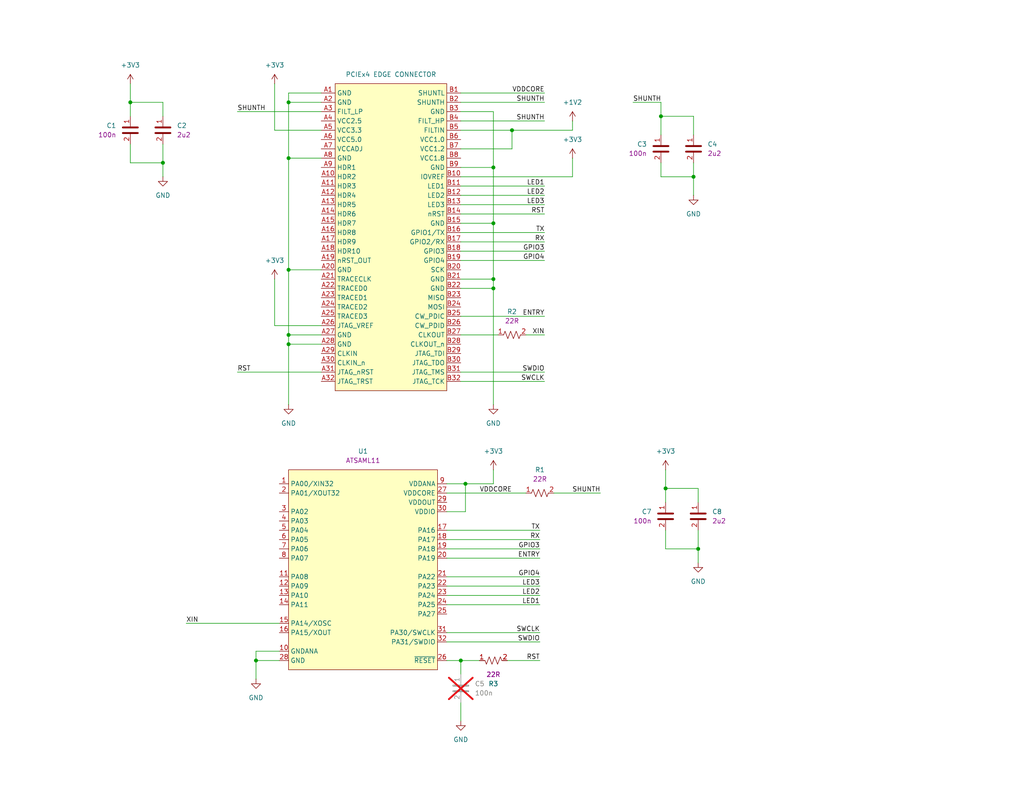
<source format=kicad_sch>
(kicad_sch (version 20231120) (generator "eeschema") (generator_version "8.0")
  (paper "USLetter")
  (lib_symbols
    (symbol "power:+1V2" (power) (pin_numbers hide) (pin_names (offset 0) hide)
      (property "Value" "+1V2" (at 0 3.556 0))
      (symbol "+1V2_0_1"
        (polyline (pts (xy -0.762 1.27) (xy 0 2.54)))
        (polyline (pts (xy 0 0) (xy 0 2.54)))
        (polyline (pts (xy 0 2.54) (xy 0.762 1.27)))
      )
      (symbol "+1V2_1_1"
        (pin power_in line (at 0 0 90) (length 0) (name "~") (number "1"))
      )
    )
    (symbol "power:+3V3" (power) (pin_numbers hide) (pin_names (offset 0) hide)
      (property "Value" "+3V3" (at 0 3.556 0))
      (symbol "+3V3_0_1"
        (polyline (pts (xy -0.762 1.27) (xy 0 2.54)))
        (polyline (pts (xy 0 0) (xy 0 2.54)))
        (polyline (pts (xy 0 2.54) (xy 0.762 1.27)))
      )
      (symbol "+3V3_1_1"
        (pin power_in line (at 0 0 90) (length 0) (name "~") (number "1"))
      )
    )
    (symbol "power:GND" (power) (pin_numbers hide) (pin_names (offset 0) hide)
      (property "Value" "GND" (at 0 -3.81 0))
      (symbol "GND_0_1"
        (polyline (pts (xy 0 0) (xy 0 -1.27) (xy 1.27 -1.27) (xy 0 -2.54) (xy -1.27 -1.27) (xy 0 -1.27)))
      )
      (symbol "GND_1_1"
        (pin power_in line (at 0 0 270) (length 0) (name "~") (number "1"))
      )
    )
    (symbol "tutorial_2_library:ATSMAL11E16A-AU"
      (property "Reference" "U" (at -20.32 5.08 0))
      (property "Display Value" "ATSAML11" (at 15.24 5.08 0))
      (symbol "ATSMAL11E16A-AU_1_1"
        (rectangle (start -20.32 3.81) (end 20.32 -50.8) (fill (type background)))
        (pin unspecified line (at -22.86 0 0) (length 2.54) (name "PA00/XIN32") (number "1"))
        (pin unspecified line (at -22.86 -45.72 0) (length 2.54) (name "GNDANA") (number "10"))
        (pin unspecified line (at -22.86 -25.4 0) (length 2.54) (name "PA08") (number "11"))
        (pin unspecified line (at -22.86 -27.94 0) (length 2.54) (name "PA09") (number "12"))
        (pin unspecified line (at -22.86 -30.48 0) (length 2.54) (name "PA10") (number "13"))
        (pin unspecified line (at -22.86 -33.02 0) (length 2.54) (name "PA11") (number "14"))
        (pin unspecified line (at -22.86 -38.1 0) (length 2.54) (name "PA14/XOSC") (number "15"))
        (pin unspecified line (at -22.86 -40.64 0) (length 2.54) (name "PA15/XOUT") (number "16"))
        (pin unspecified line (at 22.86 -12.7 180) (length 2.54) (name "PA16") (number "17"))
        (pin unspecified line (at 22.86 -15.24 180) (length 2.54) (name "PA17") (number "18"))
        (pin unspecified line (at 22.86 -17.78 180) (length 2.54) (name "PA18") (number "19"))
        (pin unspecified line (at -22.86 -2.54 0) (length 2.54) (name "PA01/XOUT32") (number "2"))
        (pin unspecified line (at 22.86 -20.32 180) (length 2.54) (name "PA19") (number "20"))
        (pin unspecified line (at 22.86 -25.4 180) (length 2.54) (name "PA22") (number "21"))
        (pin unspecified line (at 22.86 -27.94 180) (length 2.54) (name "PA23") (number "22"))
        (pin unspecified line (at 22.86 -30.48 180) (length 2.54) (name "PA24") (number "23"))
        (pin unspecified line (at 22.86 -33.02 180) (length 2.54) (name "PA25") (number "24"))
        (pin unspecified line (at 22.86 -35.56 180) (length 2.54) (name "PA27") (number "25"))
        (pin unspecified line (at 22.86 -48.26 180) (length 2.54) (name "~{RESET}") (number "26"))
        (pin unspecified line (at 22.86 -2.54 180) (length 2.54) (name "VDDCORE") (number "27"))
        (pin unspecified line (at -22.86 -48.26 0) (length 2.54) (name "GND") (number "28"))
        (pin unspecified line (at 22.86 -5.08 180) (length 2.54) (name "VDDOUT") (number "29"))
        (pin unspecified line (at -22.86 -7.62 0) (length 2.54) (name "PA02") (number "3"))
        (pin unspecified line (at 22.86 -7.62 180) (length 2.54) (name "VDDIO") (number "30"))
        (pin unspecified line (at 22.86 -40.64 180) (length 2.54) (name "PA30/SWCLK") (number "31"))
        (pin unspecified line (at 22.86 -43.18 180) (length 2.54) (name "PA31/SWDIO") (number "32"))
        (pin unspecified line (at -22.86 -10.16 0) (length 2.54) (name "PA03") (number "4"))
        (pin unspecified line (at -22.86 -12.7 0) (length 2.54) (name "PA04") (number "5"))
        (pin unspecified line (at -22.86 -15.24 0) (length 2.54) (name "PA05") (number "6"))
        (pin unspecified line (at -22.86 -17.78 0) (length 2.54) (name "PA06") (number "7"))
        (pin unspecified line (at -22.86 -20.32 0) (length 2.54) (name "PA07") (number "8"))
        (pin unspecified line (at 22.86 0 180) (length 2.54) (name "VDDANA") (number "9"))
      )
    )
    (symbol "tutorial_2_library:CAP_100n_50V_0603"
      (property "Reference" "C" (at -20.32 5.08 0))
      (property "Display Value" "100n" (at 15.24 5.08 0))
      (symbol "CAP_100n_50V_0603_0_1"
        (polyline (pts (xy -0.762 -2.032) (xy -0.762 2.032)) (stroke (width 0.508)))
        (polyline (pts (xy 0.762 -2.032) (xy 0.762 2.032)) (stroke (width 0.508)))
      )
      (symbol "CAP_100n_50V_0603_1_1"
        (pin passive line (at -3.81 0 0) (length 2.794) (name "~") (number "1"))
        (pin passive line (at 3.81 0 180) (length 2.794) (name "~") (number "2"))
      )
    )
    (symbol "tutorial_2_library:CAP_2u2_16V_0603"
      (property "Reference" "C" (at -20.32 5.08 0))
      (property "Display Value" "2u2" (at 15.24 5.08 0))
      (symbol "CAP_2u2_16V_0603_0_1"
        (polyline (pts (xy -0.762 -2.032) (xy -0.762 2.032)) (stroke (width 0.508)))
        (polyline (pts (xy 0.762 -2.032) (xy 0.762 2.032)) (stroke (width 0.508)))
      )
      (symbol "CAP_2u2_16V_0603_1_1"
        (pin passive line (at -3.81 0 0) (length 2.794) (name "~") (number "1"))
        (pin passive line (at 3.81 0 180) (length 2.794) (name "~") (number "2"))
      )
    )
    (symbol "tutorial_2_library:CW312T-Template" (in_bom no)
      (property "Reference" "P" (at -15.24 3.81 0))
      (property "Value" "PCIEx4 EDGE CONNECTOR " (at 3.81 3.81 0))
      (symbol "CW312T-Template_1_1"
        (rectangle (start -15.24 2.54) (end 15.24 -81.28) (fill (type background)))
        (pin unspecified line (at -19.05 0 0) (length 3.81) (name "GND") (number "A1"))
        (pin unspecified line (at -19.05 -22.86 0) (length 3.81) (name "HDR2") (number "A10"))
        (pin unspecified line (at -19.05 -25.4 0) (length 3.81) (name "HDR3") (number "A11"))
        (pin unspecified line (at -19.05 -27.94 0) (length 3.81) (name "HDR4") (number "A12"))
        (pin unspecified line (at -19.05 -30.48 0) (length 3.81) (name "HDR5") (number "A13"))
        (pin unspecified line (at -19.05 -33.02 0) (length 3.81) (name "HDR6") (number "A14"))
        (pin unspecified line (at -19.05 -35.56 0) (length 3.81) (name "HDR7") (number "A15"))
        (pin unspecified line (at -19.05 -38.1 0) (length 3.81) (name "HDR8") (number "A16"))
        (pin unspecified line (at -19.05 -40.64 0) (length 3.81) (name "HDR9") (number "A17"))
        (pin unspecified line (at -19.05 -43.18 0) (length 3.81) (name "HDR10") (number "A18"))
        (pin unspecified line (at -19.05 -45.72 0) (length 3.81) (name "nRST_OUT") (number "A19"))
        (pin unspecified line (at -19.05 -2.54 0) (length 3.81) (name "GND") (number "A2"))
        (pin unspecified line (at -19.05 -48.26 0) (length 3.81) (name "GND") (number "A20"))
        (pin unspecified line (at -19.05 -50.8 0) (length 3.81) (name "TRACECLK") (number "A21"))
        (pin unspecified line (at -19.05 -53.34 0) (length 3.81) (name "TRACED0") (number "A22"))
        (pin unspecified line (at -19.05 -55.88 0) (length 3.81) (name "TRACED1") (number "A23"))
        (pin unspecified line (at -19.05 -58.42 0) (length 3.81) (name "TRACED2") (number "A24"))
        (pin unspecified line (at -19.05 -60.96 0) (length 3.81) (name "TRACED3") (number "A25"))
        (pin unspecified line (at -19.05 -63.5 0) (length 3.81) (name "JTAG_VREF") (number "A26"))
        (pin unspecified line (at -19.05 -66.04 0) (length 3.81) (name "GND") (number "A27"))
        (pin unspecified line (at -19.05 -68.58 0) (length 3.81) (name "GND") (number "A28"))
        (pin unspecified line (at -19.05 -71.12 0) (length 3.81) (name "CLKIN") (number "A29"))
        (pin unspecified line (at -19.05 -5.08 0) (length 3.81) (name "FILT_LP") (number "A3"))
        (pin unspecified line (at -19.05 -73.66 0) (length 3.81) (name "CLKIN_n") (number "A30"))
        (pin unspecified line (at -19.05 -76.2 0) (length 3.81) (name "JTAG_nRST") (number "A31"))
        (pin unspecified line (at -19.05 -78.74 0) (length 3.81) (name "JTAG_TRST") (number "A32"))
        (pin unspecified line (at -19.05 -7.62 0) (length 3.81) (name "VCC2.5") (number "A4"))
        (pin unspecified line (at -19.05 -10.16 0) (length 3.81) (name "VCC3.3") (number "A5"))
        (pin unspecified line (at -19.05 -12.7 0) (length 3.81) (name "VCC5.0") (number "A6"))
        (pin unspecified line (at -19.05 -15.24 0) (length 3.81) (name "VCCADJ") (number "A7"))
        (pin unspecified line (at -19.05 -17.78 0) (length 3.81) (name "GND") (number "A8"))
        (pin unspecified line (at -19.05 -20.32 0) (length 3.81) (name "HDR1") (number "A9"))
        (pin unspecified line (at 19.05 0 180) (length 3.81) (name "SHUNTL") (number "B1"))
        (pin unspecified line (at 19.05 -22.86 180) (length 3.81) (name "IOVREF") (number "B10"))
        (pin unspecified line (at 19.05 -25.4 180) (length 3.81) (name "LED1") (number "B11"))
        (pin unspecified line (at 19.05 -27.94 180) (length 3.81) (name "LED2") (number "B12"))
        (pin unspecified line (at 19.05 -30.48 180) (length 3.81) (name "LED3") (number "B13"))
        (pin unspecified line (at 19.05 -33.02 180) (length 3.81) (name "nRST") (number "B14"))
        (pin unspecified line (at 19.05 -35.56 180) (length 3.81) (name "GND") (number "B15"))
        (pin unspecified line (at 19.05 -38.1 180) (length 3.81) (name "GPIO1/TX") (number "B16"))
        (pin unspecified line (at 19.05 -40.64 180) (length 3.81) (name "GPIO2/RX") (number "B17"))
        (pin unspecified line (at 19.05 -43.18 180) (length 3.81) (name "GPIO3") (number "B18"))
        (pin unspecified line (at 19.05 -45.72 180) (length 3.81) (name "GPIO4") (number "B19"))
        (pin unspecified line (at 19.05 -2.54 180) (length 3.81) (name "SHUNTH") (number "B2"))
        (pin unspecified line (at 19.05 -48.26 180) (length 3.81) (name "SCK") (number "B20"))
        (pin unspecified line (at 19.05 -50.8 180) (length 3.81) (name "GND") (number "B21"))
        (pin unspecified line (at 19.05 -53.34 180) (length 3.81) (name "GND") (number "B22"))
        (pin unspecified line (at 19.05 -55.88 180) (length 3.81) (name "MISO") (number "B23"))
        (pin unspecified line (at 19.05 -58.42 180) (length 3.81) (name "MOSI") (number "B24"))
        (pin unspecified line (at 19.05 -60.96 180) (length 3.81) (name "CW_PDIC") (number "B25"))
        (pin unspecified line (at 19.05 -63.5 180) (length 3.81) (name "CW_PDID") (number "B26"))
        (pin unspecified line (at 19.05 -66.04 180) (length 3.81) (name "CLKOUT") (number "B27"))
        (pin unspecified line (at 19.05 -68.58 180) (length 3.81) (name "CLKOUT_n") (number "B28"))
        (pin unspecified line (at 19.05 -71.12 180) (length 3.81) (name "JTAG_TDI") (number "B29"))
        (pin unspecified line (at 19.05 -5.08 180) (length 3.81) (name "GND") (number "B3"))
        (pin unspecified line (at 19.05 -73.66 180) (length 3.81) (name "JTAG_TDO") (number "B30"))
        (pin unspecified line (at 19.05 -76.2 180) (length 3.81) (name "JTAG_TMS") (number "B31"))
        (pin unspecified line (at 19.05 -78.74 180) (length 3.81) (name "JTAG_TCK") (number "B32"))
        (pin unspecified line (at 19.05 -7.62 180) (length 3.81) (name "FILT_HP") (number "B4"))
        (pin unspecified line (at 19.05 -10.16 180) (length 3.81) (name "FILTIN") (number "B5"))
        (pin unspecified line (at 19.05 -12.7 180) (length 3.81) (name "VCC1.0") (number "B6"))
        (pin unspecified line (at 19.05 -15.24 180) (length 3.81) (name "VCC1.2") (number "B7"))
        (pin unspecified line (at 19.05 -17.78 180) (length 3.81) (name "VCC1.8") (number "B8"))
        (pin unspecified line (at 19.05 -20.32 180) (length 3.81) (name "GND") (number "B9"))
      )
    )
    (symbol "tutorial_2_library:RES_22R_0603"
      (property "Reference" "R" (at -20.32 5.08 0))
      (property "Display Value" "22R" (at 15.24 5.08 0))
      (symbol "RES_22R_0603_0_1"
        (polyline (pts (xy -2.286 0) (xy -2.54 0)))
        (polyline (pts (xy 2.286 0) (xy 2.54 0)))
        (polyline (pts (xy -2.286 0) (xy -1.905 1.016) (xy -1.524 0) (xy -1.143 -1.016) (xy -0.762 0)))
        (polyline (pts (xy -0.762 0) (xy -0.381 1.016) (xy 0 0) (xy 0.381 -1.016) (xy 0.762 0)))
        (polyline (pts (xy 0.762 0) (xy 1.143 1.016) (xy 1.524 0) (xy 1.905 -1.016) (xy 2.286 0)))
      )
      (symbol "RES_22R_0603_1_1"
        (pin passive line (at -3.81 0 0) (length 1.27) (name "~") (number "1"))
        (pin passive line (at 3.81 0 180) (length 1.27) (name "~") (number "2"))
      )
    )
  )
  (junction (at 134.62 45.72))
  (junction (at 190.5 149.86))
  (junction (at 69.85 180.34))
  (junction (at 180.34 31.75))
  (junction (at 35.56 27.94))
  (junction (at 134.62 78.74))
  (junction (at 78.74 93.98))
  (junction (at 189.23 48.26))
  (junction (at 134.62 76.2))
  (junction (at 78.74 73.66))
  (junction (at 134.62 60.96))
  (junction (at 78.74 91.44))
  (junction (at 78.74 43.18))
  (junction (at 44.45 44.45))
  (junction (at 127 132.08))
  (junction (at 125.73 180.34))
  (junction (at 181.61 133.35))
  (junction (at 139.7 35.56))
  (junction (at 78.74 27.94))
  (wire (pts (xy 181.61 133.35) (xy 181.61 137.16)))
  (wire (pts (xy 190.5 133.35) (xy 181.61 133.35)))
  (wire (pts (xy 125.73 50.8) (xy 148.59 50.8)))
  (wire (pts (xy 121.92 175.26) (xy 147.32 175.26)))
  (wire (pts (xy 125.73 191.77) (xy 125.73 196.85)))
  (wire (pts (xy 69.85 180.34) (xy 76.2 180.34)))
  (wire (pts (xy 44.45 27.94) (xy 35.56 27.94)))
  (wire (pts (xy 78.74 93.98) (xy 78.74 110.49)))
  (wire (pts (xy 64.77 30.48) (xy 87.63 30.48)))
  (wire (pts (xy 125.73 60.96) (xy 134.62 60.96)))
  (wire (pts (xy 78.74 73.66) (xy 87.63 73.66)))
  (wire (pts (xy 121.92 144.78) (xy 147.32 144.78)))
  (wire (pts (xy 125.73 76.2) (xy 134.62 76.2)))
  (wire (pts (xy 125.73 104.14) (xy 148.59 104.14)))
  (wire (pts (xy 125.73 66.04) (xy 148.59 66.04)))
  (wire (pts (xy 125.73 91.44) (xy 135.89 91.44)))
  (wire (pts (xy 78.74 91.44) (xy 87.63 91.44)))
  (wire (pts (xy 125.73 33.02) (xy 148.59 33.02)))
  (wire (pts (xy 180.34 36.83) (xy 180.34 31.75)))
  (wire (pts (xy 35.56 27.94) (xy 35.56 31.75)))
  (wire (pts (xy 69.85 177.8) (xy 69.85 180.34)))
  (wire (pts (xy 125.73 27.94) (xy 148.59 27.94)))
  (wire (pts (xy 78.74 91.44) (xy 78.74 93.98)))
  (wire (pts (xy 78.74 43.18) (xy 78.74 73.66)))
  (wire (pts (xy 156.21 43.18) (xy 156.21 48.26)))
  (wire (pts (xy 87.63 25.4) (xy 78.74 25.4)))
  (wire (pts (xy 125.73 71.12) (xy 148.59 71.12)))
  (wire (pts (xy 180.34 27.94) (xy 172.72 27.94)))
  (wire (pts (xy 125.73 30.48) (xy 134.62 30.48)))
  (wire (pts (xy 78.74 93.98) (xy 87.63 93.98)))
  (wire (pts (xy 125.73 86.36) (xy 148.59 86.36)))
  (wire (pts (xy 125.73 101.6) (xy 148.59 101.6)))
  (wire (pts (xy 125.73 63.5) (xy 148.59 63.5)))
  (wire (pts (xy 156.21 33.02) (xy 156.21 35.56)))
  (wire (pts (xy 189.23 48.26) (xy 189.23 53.34)))
  (wire (pts (xy 127 139.7) (xy 127 132.08)))
  (wire (pts (xy 121.92 165.1) (xy 147.32 165.1)))
  (wire (pts (xy 78.74 27.94) (xy 87.63 27.94)))
  (wire (pts (xy 190.5 137.16) (xy 190.5 133.35)))
  (wire (pts (xy 190.5 149.86) (xy 190.5 144.78)))
  (wire (pts (xy 35.56 44.45) (xy 44.45 44.45)))
  (wire (pts (xy 121.92 162.56) (xy 147.32 162.56)))
  (wire (pts (xy 121.92 160.02) (xy 147.32 160.02)))
  (wire (pts (xy 74.93 35.56) (xy 87.63 35.56)))
  (wire (pts (xy 180.34 44.45) (xy 180.34 48.26)))
  (wire (pts (xy 125.73 35.56) (xy 139.7 35.56)))
  (wire (pts (xy 121.92 180.34) (xy 125.73 180.34)))
  (wire (pts (xy 125.73 48.26) (xy 156.21 48.26)))
  (wire (pts (xy 181.61 128.27) (xy 181.61 133.35)))
  (wire (pts (xy 143.51 91.44) (xy 148.59 91.44)))
  (wire (pts (xy 125.73 25.4) (xy 148.59 25.4)))
  (wire (pts (xy 64.77 101.6) (xy 87.63 101.6)))
  (wire (pts (xy 134.62 132.08) (xy 134.62 128.27)))
  (wire (pts (xy 134.62 78.74) (xy 134.62 110.49)))
  (wire (pts (xy 125.73 40.64) (xy 139.7 40.64)))
  (wire (pts (xy 190.5 149.86) (xy 190.5 153.67)))
  (wire (pts (xy 125.73 55.88) (xy 148.59 55.88)))
  (wire (pts (xy 189.23 44.45) (xy 189.23 48.26)))
  (wire (pts (xy 121.92 149.86) (xy 147.32 149.86)))
  (wire (pts (xy 121.92 134.62) (xy 143.51 134.62)))
  (wire (pts (xy 181.61 149.86) (xy 190.5 149.86)))
  (wire (pts (xy 151.13 134.62) (xy 163.83 134.62)))
  (wire (pts (xy 180.34 31.75) (xy 189.23 31.75)))
  (wire (pts (xy 78.74 43.18) (xy 87.63 43.18)))
  (wire (pts (xy 138.43 180.34) (xy 147.32 180.34)))
  (wire (pts (xy 35.56 39.37) (xy 35.56 44.45)))
  (wire (pts (xy 121.92 172.72) (xy 147.32 172.72)))
  (wire (pts (xy 139.7 35.56) (xy 156.21 35.56)))
  (wire (pts (xy 125.73 180.34) (xy 125.73 184.15)))
  (wire (pts (xy 44.45 31.75) (xy 44.45 27.94)))
  (wire (pts (xy 125.73 45.72) (xy 134.62 45.72)))
  (wire (pts (xy 74.93 88.9) (xy 87.63 88.9)))
  (wire (pts (xy 134.62 45.72) (xy 134.62 60.96)))
  (wire (pts (xy 74.93 76.2) (xy 74.93 88.9)))
  (wire (pts (xy 125.73 78.74) (xy 134.62 78.74)))
  (wire (pts (xy 125.73 58.42) (xy 148.59 58.42)))
  (wire (pts (xy 181.61 144.78) (xy 181.61 149.86)))
  (wire (pts (xy 180.34 31.75) (xy 180.34 27.94)))
  (wire (pts (xy 44.45 44.45) (xy 44.45 39.37)))
  (wire (pts (xy 50.8 170.18) (xy 76.2 170.18)))
  (wire (pts (xy 121.92 152.4) (xy 147.32 152.4)))
  (wire (pts (xy 78.74 73.66) (xy 78.74 91.44)))
  (wire (pts (xy 121.92 157.48) (xy 147.32 157.48)))
  (wire (pts (xy 134.62 60.96) (xy 134.62 76.2)))
  (wire (pts (xy 134.62 76.2) (xy 134.62 78.74)))
  (wire (pts (xy 44.45 44.45) (xy 44.45 48.26)))
  (wire (pts (xy 78.74 27.94) (xy 78.74 43.18)))
  (wire (pts (xy 134.62 30.48) (xy 134.62 45.72)))
  (wire (pts (xy 121.92 132.08) (xy 127 132.08)))
  (wire (pts (xy 121.92 147.32) (xy 147.32 147.32)))
  (wire (pts (xy 189.23 31.75) (xy 189.23 36.83)))
  (wire (pts (xy 125.73 180.34) (xy 130.81 180.34)))
  (wire (pts (xy 125.73 53.34) (xy 148.59 53.34)))
  (wire (pts (xy 78.74 25.4) (xy 78.74 27.94)))
  (wire (pts (xy 76.2 177.8) (xy 69.85 177.8)))
  (wire (pts (xy 121.92 139.7) (xy 127 139.7)))
  (wire (pts (xy 35.56 22.86) (xy 35.56 27.94)))
  (wire (pts (xy 69.85 180.34) (xy 69.85 185.42)))
  (wire (pts (xy 127 132.08) (xy 134.62 132.08)))
  (wire (pts (xy 180.34 48.26) (xy 189.23 48.26)))
  (wire (pts (xy 125.73 68.58) (xy 148.59 68.58)))
  (wire (pts (xy 139.7 40.64) (xy 139.7 35.56)))
  (wire (pts (xy 74.93 22.86) (xy 74.93 35.56)))
  (label "SHUNTH" (at 172.72 27.94 0))
  (label "SWDIO" (at 148.59 101.6 180))
  (label "LED1" (at 148.59 50.8 180))
  (label "SWCLK" (at 147.32 172.72 180))
  (label "RX" (at 148.59 66.04 180))
  (label "ENTRY" (at 148.59 86.36 180))
  (label "LED2" (at 148.59 53.34 180))
  (label "TX" (at 147.32 144.78 180))
  (label "SWDIO" (at 147.32 175.26 180))
  (label "SHUNTH" (at 163.83 134.62 180))
  (label "GPIO3" (at 147.32 149.86 180))
  (label "ENTRY" (at 147.32 152.4 180))
  (label "LED3" (at 147.32 160.02 180))
  (label "GPIO3" (at 148.59 68.58 180))
  (label "RST" (at 64.77 101.6 0))
  (label "SWCLK" (at 148.59 104.14 180))
  (label "LED2" (at 147.32 162.56 180))
  (label "LED1" (at 147.32 165.1 180))
  (label "SHUNTH" (at 148.59 33.02 180))
  (label "RST" (at 148.59 58.42 180))
  (label "SHUNTH" (at 64.77 30.48 0))
  (label "VDDCORE" (at 148.59 25.4 180))
  (label "RST" (at 147.32 180.34 180))
  (label "LED3" (at 148.59 55.88 180))
  (label "TX" (at 148.59 63.5 180))
  (label "XIN" (at 148.59 91.44 180))
  (label "SHUNTH" (at 148.59 27.94 180))
  (label "VDDCORE" (at 139.7 134.62 180))
  (label "GPIO4" (at 148.59 71.12 180))
  (label "XIN" (at 50.8 170.18 0))
  (label "GPIO4" (at 147.32 157.48 180))
  (label "RX" (at 147.32 147.32 180))
  (symbol (lib_id "tutorial_2_library:CAP_100n_50V_0603") (at 181.61 140.97 90) (mirror x) (unit 1)
    (property "Reference" "C7" (at 177.8 139.6999 90) (effects (justify left)))
    (property "Value" "CAP_100n_50V_0603" (effects (hide yes)))
    (property "Footprint" "Capacitor_SMD:C_0603_1608Metric" (effects (hide yes)))
    (property "Datasheet" "https://content.kemet.com/datasheets/KEM_C1002_X7R_SMD.pdf" (effects (hide yes)))
    (property "Description" "CAP CER 0.1UF 50V X7R 0603" (effects (hide yes)))
    (property "Display Value" "100n" (at 177.8 142.2399 90) (effects (justify left)))
    (property "Manufacturer" "KEMET" (effects (hide yes)))
    (property "Manufacturer Part Number" "C0603C104M5RACTU" (effects (hide yes)))
    (property "Supplier 1" "DigiKey" (effects (hide yes)))
    (property "Supplier 1 Part Number" "399-C0603C104M5RACTUCT-ND" (effects (hide yes)))
  )
  (symbol (lib_id "power:GND") (at 78.74 110.49 0) (unit 1)
    (property "Reference" "#PWR07" (effects (hide yes)))
    (property "Value" "GND" (at 78.74 115.57 0))
    (property "Description" "Power symbol creates a global label with name \"GND\" , ground" (effects (hide yes)))
  )
  (symbol (lib_id "tutorial_2_library:CAP_100n_50V_0603") (at 35.56 35.56 90) (mirror x) (unit 1)
    (property "Reference" "C1" (at 31.75 34.2899 90) (effects (justify left)))
    (property "Value" "CAP_100n_50V_0603" (effects (hide yes)))
    (property "Footprint" "Capacitor_SMD:C_0603_1608Metric" (effects (hide yes)))
    (property "Datasheet" "https://content.kemet.com/datasheets/KEM_C1002_X7R_SMD.pdf" (effects (hide yes)))
    (property "Description" "CAP CER 0.1UF 50V X7R 0603" (effects (hide yes)))
    (property "Display Value" "100n" (at 31.75 36.8299 90) (effects (justify left)))
    (property "Manufacturer" "KEMET" (effects (hide yes)))
    (property "Manufacturer Part Number" "C0603C104M5RACTU" (effects (hide yes)))
    (property "Supplier 1" "DigiKey" (effects (hide yes)))
    (property "Supplier 1 Part Number" "399-C0603C104M5RACTUCT-ND" (effects (hide yes)))
  )
  (symbol (lib_id "power:GND") (at 190.5 153.67 0) (unit 1)
    (property "Reference" "#PWR06" (effects (hide yes)))
    (property "Value" "GND" (at 190.5 158.75 0))
    (property "Description" "Power symbol creates a global label with name \"GND\" , ground" (effects (hide yes)))
  )
  (symbol (lib_id "tutorial_2_library:ATSMAL11E16A-AU") (at 99.06 132.08 0) (unit 1)
    (property "Reference" "U1" (at 99.06 123.19 0))
    (property "Value" "ATSMAL11E16A-AU" (effects (hide yes)))
    (property "Footprint" "Package_QFP:TQFP-32_7x7mm_P0.8mm" (effects (hide yes)))
    (property "Datasheet" "https://www.mouser.ca/datasheet/2/268/SAM_L10_L11_Family_Data_Sheet_DS60001513-3442769.pdf" (effects (hide yes)))
    (property "Description" "ARM Microcontrollers - MCU TQFP32, 64KBFlash/16KB SRAM,85 Temp,Crypto,Tray" (effects (hide yes)))
    (property "Display Value" "ATSAML11" (at 99.06 125.73 0))
    (property "Manufacturer" "Microchip Technology" (effects (hide yes)))
    (property "Manufacturer Part Number" "ATSAML11E16A-AU" (effects (hide yes)))
    (property "Supplier 1" "DigiKey" (effects (hide yes)))
    (property "Supplier 1 Part Number" "ATSAML11E16A-AU-ND" (effects (hide yes)))
  )
  (symbol (lib_id "power:+1V2") (at 156.21 33.02 0) (unit 1)
    (property "Reference" "#PWR011" (effects (hide yes)))
    (property "Value" "+1V2" (at 156.21 27.94 0))
    (property "Description" "Power symbol creates a global label with name \"+1V2\"" (effects (hide yes)))
  )
  (symbol (lib_id "power:+3V3") (at 134.62 128.27 0) (unit 1)
    (property "Reference" "#PWR010" (effects (hide yes)))
    (property "Value" "+3V3" (at 134.62 123.19 0))
    (property "Description" "Power symbol creates a global label with name \"+3V3\"" (effects (hide yes)))
  )
  (symbol (lib_id "tutorial_2_library:RES_22R_0603") (at 134.62 180.34 0) (mirror x) (unit 1)
    (property "Reference" "R3" (at 134.62 186.69 0))
    (property "Value" "22R_0603" (effects (hide yes)))
    (property "Footprint" "Resistor_SMD:R_0603_1608Metric" (effects (hide yes)))
    (property "Datasheet" "https://www.yageo.com/upload/media/product/products/datasheet/rchip/PYu-RC_Group_51_RoHS_L_12.pdf" (effects (hide yes)))
    (property "Description" "RES 22 OHM 5% 1/10W 0603" (effects (hide yes)))
    (property "Display Value" "22R" (at 134.62 184.15 0))
    (property "Manufacturer" "YAGEO" (effects (hide yes)))
    (property "Manufacturer Part Number" "RC0603JR-0722RL" (effects (hide yes)))
    (property "Supplier 1" "DigiKey" (effects (hide yes)))
    (property "Supplier 1 Part Number" "311-22GRCT-ND" (effects (hide yes)))
  )
  (symbol (lib_id "power:+3V3") (at 156.21 43.18 0) (unit 1)
    (property "Reference" "#PWR01" (effects (hide yes)))
    (property "Value" "+3V3" (at 156.21 38.1 0))
    (property "Description" "Power symbol creates a global label with name \"+3V3\"" (effects (hide yes)))
  )
  (symbol (lib_id "power:+3V3") (at 181.61 128.27 0) (unit 1)
    (property "Reference" "#PWR05" (effects (hide yes)))
    (property "Value" "+3V3" (at 181.61 123.19 0))
    (property "Description" "Power symbol creates a global label with name \"+3V3\"" (effects (hide yes)))
  )
  (symbol (lib_id "power:+3V3") (at 35.56 22.86 0) (unit 1)
    (property "Reference" "#PWR02" (effects (hide yes)))
    (property "Value" "+3V3" (at 35.56 17.78 0))
    (property "Description" "Power symbol creates a global label with name \"+3V3\"" (effects (hide yes)))
  )
  (symbol (lib_id "power:GND") (at 44.45 48.26 0) (unit 1)
    (property "Reference" "#PWR04" (effects (hide yes)))
    (property "Value" "GND" (at 44.45 53.34 0))
    (property "Description" "Power symbol creates a global label with name \"GND\" , ground" (effects (hide yes)))
  )
  (symbol (lib_id "tutorial_2_library:CAP_2u2_16V_0603") (at 189.23 40.64 270) (unit 1)
    (property "Reference" "C4" (at 193.04 39.3699 90) (effects (justify left)))
    (property "Value" "CAP_2u2_16V_0603" (effects (hide yes)))
    (property "Footprint" "Capacitor_SMD:C_0603_1608Metric" (effects (hide yes)))
    (property "Datasheet" "https://content.kemet.com/datasheets/KEM_C1006_X5R_SMD.pdf" (effects (hide yes)))
    (property "Description" "CAP CER 2.2UF 16V X5R 0603" (effects (hide yes)))
    (property "Display Value" "2u2" (at 193.04 41.9099 90) (effects (justify left)))
    (property "Manufacturer" "KEMET" (effects (hide yes)))
    (property "Manufacturer Part Number" "C0603C225K4PAC7867" (effects (hide yes)))
    (property "Supplier 1" "DigiKey" (effects (hide yes)))
    (property "Supplier 1 Part Number" "399-C0603C225K4PAC7867CT-ND" (effects (hide yes)))
  )
  (symbol (lib_id "power:GND") (at 189.23 53.34 0) (unit 1)
    (property "Reference" "#PWR08" (effects (hide yes)))
    (property "Value" "GND" (at 189.23 58.42 0))
    (property "Description" "Power symbol creates a global label with name \"GND\" , ground" (effects (hide yes)))
  )
  (symbol (lib_id "tutorial_2_library:CW312T-Template") (at 106.68 25.4 0) (unit 1) (in_bom no)
    (property "Reference" "P1" (effects (hide yes)))
    (property "Value" "PCIEx4 EDGE CONNECTOR" (at 106.68 20.32 0))
    (property "Footprint" "tutorial_2_library:CW312_Template" (effects (hide yes)))
    (property "Description" "BOARD AND EDGE CONNECTOR TEMPLATE FOR CW312 TARGETS" (effects (hide yes)))
  )
  (symbol (lib_id "power:+3V3") (at 74.93 76.2 0) (unit 1)
    (property "Reference" "#PWR013" (effects (hide yes)))
    (property "Value" "+3V3" (at 74.93 71.12 0))
    (property "Description" "Power symbol creates a global label with name \"+3V3\"" (effects (hide yes)))
  )
  (symbol (lib_id "power:+3V3") (at 74.93 22.86 0) (unit 1)
    (property "Reference" "#PWR012" (effects (hide yes)))
    (property "Value" "+3V3" (at 74.93 17.78 0))
    (property "Description" "Power symbol creates a global label with name \"+3V3\"" (effects (hide yes)))
  )
  (symbol (lib_id "power:GND") (at 134.62 110.49 0) (unit 1)
    (property "Reference" "#PWR09" (effects (hide yes)))
    (property "Value" "GND" (at 134.62 115.57 0))
    (property "Description" "Power symbol creates a global label with name \"GND\" , ground" (effects (hide yes)))
  )
  (symbol (lib_id "tutorial_2_library:CAP_2u2_16V_0603") (at 190.5 140.97 270) (unit 1)
    (property "Reference" "C8" (at 194.31 139.6999 90) (effects (justify left)))
    (property "Value" "CAP_2u2_16V_0603" (effects (hide yes)))
    (property "Footprint" "Capacitor_SMD:C_0603_1608Metric" (effects (hide yes)))
    (property "Datasheet" "https://content.kemet.com/datasheets/KEM_C1006_X5R_SMD.pdf" (effects (hide yes)))
    (property "Description" "CAP CER 2.2UF 16V X5R 0603" (effects (hide yes)))
    (property "Display Value" "2u2" (at 194.31 142.2399 90) (effects (justify left)))
    (property "Manufacturer" "KEMET" (effects (hide yes)))
    (property "Manufacturer Part Number" "C0603C225K4PAC7867" (effects (hide yes)))
    (property "Supplier 1" "DigiKey" (effects (hide yes)))
    (property "Supplier 1 Part Number" "399-C0603C225K4PAC7867CT-ND" (effects (hide yes)))
  )
  (symbol (lib_id "tutorial_2_library:CAP_2u2_16V_0603") (at 44.45 35.56 270) (unit 1)
    (property "Reference" "C2" (at 48.26 34.2899 90) (effects (justify left)))
    (property "Value" "CAP_2u2_16V_0603" (effects (hide yes)))
    (property "Footprint" "Capacitor_SMD:C_0603_1608Metric" (effects (hide yes)))
    (property "Datasheet" "https://content.kemet.com/datasheets/KEM_C1006_X5R_SMD.pdf" (effects (hide yes)))
    (property "Description" "CAP CER 2.2UF 16V X5R 0603" (effects (hide yes)))
    (property "Display Value" "2u2" (at 48.26 36.8299 90) (effects (justify left)))
    (property "Manufacturer" "KEMET" (effects (hide yes)))
    (property "Manufacturer Part Number" "C0603C225K4PAC7867" (effects (hide yes)))
    (property "Supplier 1" "DigiKey" (effects (hide yes)))
    (property "Supplier 1 Part Number" "399-C0603C225K4PAC7867CT-ND" (effects (hide yes)))
  )
  (symbol (lib_id "tutorial_2_library:RES_22R_0603") (at 139.7 91.44 0) (unit 1)
    (property "Reference" "R2" (at 139.7 85.09 0))
    (property "Value" "22R_0603" (effects (hide yes)))
    (property "Footprint" "Resistor_SMD:R_0603_1608Metric" (effects (hide yes)))
    (property "Datasheet" "https://www.yageo.com/upload/media/product/products/datasheet/rchip/PYu-RC_Group_51_RoHS_L_12.pdf" (effects (hide yes)))
    (property "Description" "RES 22 OHM 5% 1/10W 0603" (effects (hide yes)))
    (property "Display Value" "22R" (at 139.7 87.63 0))
    (property "Manufacturer" "YAGEO" (effects (hide yes)))
    (property "Manufacturer Part Number" "RC0603JR-0722RL" (effects (hide yes)))
    (property "Supplier 1" "DigiKey" (effects (hide yes)))
    (property "Supplier 1 Part Number" "311-22GRCT-ND" (effects (hide yes)))
  )
  (symbol (lib_id "power:GND") (at 125.73 196.85 0) (unit 1)
    (property "Reference" "#PWR014" (effects (hide yes)))
    (property "Value" "GND" (at 125.73 201.93 0))
    (property "Description" "Power symbol creates a global label with name \"GND\" , ground" (effects (hide yes)))
  )
  (symbol (lib_id "power:GND") (at 69.85 185.42 0) (unit 1)
    (property "Reference" "#PWR03" (effects (hide yes)))
    (property "Value" "GND" (at 69.85 190.5 0))
    (property "Description" "Power symbol creates a global label with name \"GND\" , ground" (effects (hide yes)))
  )
  (symbol (lib_id "tutorial_2_library:CAP_100n_50V_0603") (at 180.34 40.64 90) (mirror x) (unit 1)
    (property "Reference" "C3" (at 176.53 39.3699 90) (effects (justify left)))
    (property "Value" "CAP_100n_50V_0603" (effects (hide yes)))
    (property "Footprint" "Capacitor_SMD:C_0603_1608Metric" (effects (hide yes)))
    (property "Datasheet" "https://content.kemet.com/datasheets/KEM_C1002_X7R_SMD.pdf" (effects (hide yes)))
    (property "Description" "CAP CER 0.1UF 50V X7R 0603" (effects (hide yes)))
    (property "Display Value" "100n" (at 176.53 41.9099 90) (effects (justify left)))
    (property "Manufacturer" "KEMET" (effects (hide yes)))
    (property "Manufacturer Part Number" "C0603C104M5RACTU" (effects (hide yes)))
    (property "Supplier 1" "DigiKey" (effects (hide yes)))
    (property "Supplier 1 Part Number" "399-C0603C104M5RACTUCT-ND" (effects (hide yes)))
  )
  (symbol (lib_id "tutorial_2_library:RES_22R_0603") (at 147.32 134.62 0) (unit 1)
    (property "Reference" "R1" (at 147.32 128.27 0))
    (property "Value" "22R_0603" (effects (hide yes)))
    (property "Footprint" "Resistor_SMD:R_0603_1608Metric" (effects (hide yes)))
    (property "Datasheet" "https://www.yageo.com/upload/media/product/products/datasheet/rchip/PYu-RC_Group_51_RoHS_L_12.pdf" (effects (hide yes)))
    (property "Description" "RES 22 OHM 5% 1/10W 0603" (effects (hide yes)))
    (property "Display Value" "22R" (at 147.32 130.81 0))
    (property "Manufacturer" "YAGEO" (effects (hide yes)))
    (property "Manufacturer Part Number" "RC0603JR-0722RL" (effects (hide yes)))
    (property "Supplier 1" "DigiKey" (effects (hide yes)))
    (property "Supplier 1 Part Number" "311-22GRCT-ND" (effects (hide yes)))
  )
  (symbol (lib_id "tutorial_2_library:CAP_100n_50V_0603") (at 125.73 187.96 270) (unit 1) (dnp yes)
    (property "Reference" "C5" (at 129.54 186.6899 90) (effects (justify left)))
    (property "Value" "CAP_100n_50V_0603" (effects (hide yes)))
    (property "Footprint" "Capacitor_SMD:C_0603_1608Metric" (effects (hide yes)))
    (property "Datasheet" "https://content.kemet.com/datasheets/KEM_C1002_X7R_SMD.pdf" (effects (hide yes)))
    (property "Description" "CAP CER 0.1UF 50V X7R 0603" (effects (hide yes)))
    (property "Display Value" "100n" (at 129.54 189.2299 90) (effects (justify left)))
    (property "Manufacturer" "KEMET" (effects (hide yes)))
    (property "Manufacturer Part Number" "C0603C104M5RACTU" (effects (hide yes)))
    (property "Supplier 1" "DigiKey" (effects (hide yes)))
    (property "Supplier 1 Part Number" "399-C0603C104M5RACTUCT-ND" (effects (hide yes)))
  )
)
</source>
